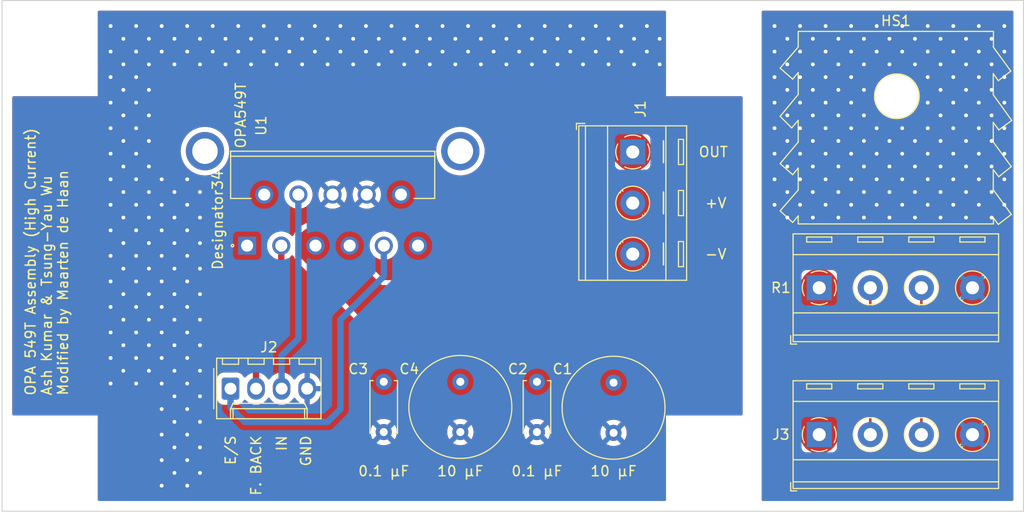
<source format=kicad_pcb>
(kicad_pcb (version 20211014) (generator pcbnew)
  (title_block (title "OPA 549 Assembly") (date "2022-05-25") (rev "002") (comment 1 "Weiss Group") (comment 2 "A. K. & T.Y. W.") (comment 3 "Modified by Maarten de Haan"))
  (layers (0 "F.Cu" signal) (31 "B.Cu" signal) (34 "B.Paste" user) (35 "F.Paste" user) (36 "B.SilkS" user "B.Silkscreen") (37 "F.SilkS" user "F.Silkscreen") (38 "B.Mask" user) (39 "F.Mask" user) (44 "Edge.Cuts" user))
  (net 0 "")
  (net 1 "GND")
  (net 2 "+VDC")
  (net 3 "-VDC")
  (net 4 "/Out")
  (net 5 "/E{slash}S")
  (net 6 "/Feedback")
  (net 7 "/In")
  (net 8 "Net-(J3-Pad1)")
  (net 9 "Net-(J3-Pad2)")
  (net 10 "Net-(J3-Pad3)")
  (net 11 "GND2")
  (footprint "Connector_Molex:Molex_KK-254_AE-6410-04A_1x04_P2.54mm_Vertical" (layer "F.Cu") (at 130.673 102.108)
    (fp_text reference "J2" (at 3.81 -4.12) (layer "F.SilkS"))
    (fp_text value "KK 254 1x04 Male")
    (pad "1" thru_hole roundrect (at 0 0) (size 1.74 2.19) (drill 1.19) (layers *.Cu *.Mask) (roundrect_rratio 0.1436781609) (net 5 "/E{slash}S"))
    (pad "2" thru_hole oval (at 2.54 0) (size 1.74 2.19) (drill 1.19) (layers *.Cu *.Mask) (net 6 "/Feedback"))
    (pad "3" thru_hole oval (at 5.08 0) (size 1.74 2.19) (drill 1.19) (layers *.Cu *.Mask) (net 7 "/In"))
    (pad "4" thru_hole oval (at 7.62 0) (size 1.74 2.19) (drill 1.19) (layers *.Cu *.Mask) (net 1 "GND"))
  )
  (footprint "MountingHole:MountingHole_4.3mm_M4" (layer "F.Cu") (at 178.933 109.3)
    (fp_text reference "H1" hide)
    (fp_text value "MountingHole")
    (pad "" np_thru_hole circle (at 0 0) (size 4.3 4.3) (drill 4.3) (layers *.Cu *.Mask))
  )
  (footprint "TerminalBlock_RND:TerminalBlock_RND_205-00289_1x04_P5.08mm_Horizontal" (layer "F.Cu") (at 189.23 106.68)
    (fp_text reference "J3" (at -3.81 0) (layer "F.SilkS"))
    (fp_text value "4 pin Terminal Block")
    (pad "1" thru_hole rect (at 0 0) (size 2.5 2.5) (drill 1.3) (layers *.Cu *.Mask) (net 8 "Net-(J3-Pad1)"))
    (pad "2" thru_hole circle (at 5.08 0) (size 2.5 2.5) (drill 1.3) (layers *.Cu *.Mask) (net 9 "Net-(J3-Pad2)"))
    (pad "3" thru_hole circle (at 10.16 0) (size 2.5 2.5) (drill 1.3) (layers *.Cu *.Mask) (net 10 "Net-(J3-Pad3)"))
    (pad "4" thru_hole circle (at 15.24 0) (size 2.5 2.5) (drill 1.3) (layers *.Cu *.Mask) (net 11 "GND2"))
  )
  (footprint "TerminalBlock_RND:TerminalBlock_RND_205-00289_1x04_P5.08mm_Horizontal" (layer "F.Cu") (at 189.23 92.075)
    (fp_text reference "R1" (at -3.81 0) (layer "F.SilkS"))
    (fp_text value "R_Shunt")
    (pad "1" thru_hole rect (at 0 0) (size 2.5 2.5) (drill 1.3) (layers *.Cu *.Mask) (net 8 "Net-(J3-Pad1)"))
    (pad "2" thru_hole circle (at 5.08 0) (size 2.5 2.5) (drill 1.3) (layers *.Cu *.Mask) (net 9 "Net-(J3-Pad2)"))
    (pad "3" thru_hole circle (at 10.16 0) (size 2.5 2.5) (drill 1.3) (layers *.Cu *.Mask) (net 10 "Net-(J3-Pad3)"))
    (pad "4" thru_hole circle (at 15.24 0) (size 2.5 2.5) (drill 1.3) (layers *.Cu *.Mask) (net 11 "GND2"))
  )
  (footprint "Heatsink:Heatsink_Aavid-TV5G_TO220_Horizontal" (layer "F.Cu") (at 196.85 73.025)
    (fp_text reference "HS1" (at 0 -7.5) (layer "F.SilkS"))
    (fp_text value "Heatsink")
    (pad "" np_thru_hole circle (at 0.1016 0) (size 3.302 3.302) (drill 3.556) (layers F&B.Cu *.Mask))
  )
  (footprint "TerminalBlock_RND:TerminalBlock_RND_205-00288_1x03_P5.08mm_Horizontal" (layer "F.Cu") (at 170.678 78.566 -90)
    (fp_text reference "J1" (at -4.271 -0.772 -90) (layer "F.SilkS"))
    (fp_text value "1x03 Terminal Block")
    (pad "1" thru_hole rect (at 0 0 270) (size 2.5 2.5) (drill 1.3) (layers *.Cu *.Mask) (net 4 "/Out"))
    (pad "2" thru_hole circle (at 5.08 0 270) (size 2.5 2.5) (drill 1.3) (layers *.Cu *.Mask) (net 2 "+VDC"))
    (pad "3" thru_hole circle (at 10.16 0 270) (size 2.5 2.5) (drill 1.3) (layers *.Cu *.Mask) (net 3 "-VDC"))
  )
  (footprint "Capacitor_THT:C_Radial_D10.0mm_H16.0mm_P5.00mm" (layer "F.Cu") (at 168.773 106.506 90)
    (fp_text reference "C1" (at 6.35 -5.08 180) (layer "F.SilkS"))
    (fp_text value "10 µF")
    (pad "1" thru_hole circle (at 0 0 90) (size 1.6 1.6) (drill 0.8) (layers *.Cu *.Mask) (net 1 "GND"))
    (pad "2" thru_hole circle (at 5 0 90) (size 1.6 1.6) (drill 0.8) (layers *.Cu *.Mask) (net 2 "+VDC"))
  )
  (footprint "MountingHole:MountingHole_4.3mm_M4" (layer "F.Cu") (at 112.893 68.025)
    (fp_text reference "H2" hide)
    (fp_text value "MountingHole")
    (pad "" np_thru_hole circle (at 0 0) (size 4.3 4.3) (drill 4.3) (layers *.Cu *.Mask))
  )
  (footprint "MountingHole:MountingHole_4.3mm_M4" (layer "F.Cu") (at 112.893 109.427)
    (fp_text reference "H3" hide)
    (fp_text value "MountingHole")
    (pad "" np_thru_hole circle (at 0 0) (size 4.3 4.3) (drill 4.3) (layers *.Cu *.Mask))
  )
  (footprint "Capacitor_THT:C_Disc_D5.0mm_W2.5mm_P5.00mm" (layer "F.Cu") (at 161.153 106.426 90)
    (fp_text reference "C2" (at 6.27 -1.905 180) (layer "F.SilkS"))
    (fp_text value "0.1 µF")
    (pad "1" thru_hole circle (at 0 0 90) (size 1.6 1.6) (drill 0.8) (layers *.Cu *.Mask) (net 1 "GND"))
    (pad "2" thru_hole circle (at 5 0 90) (size 1.6 1.6) (drill 0.8) (layers *.Cu *.Mask) (net 2 "+VDC"))
  )
  (footprint "OPA 549T:OPA549T" (layer "F.Cu") (at 140.833 85.344 90)
    (fp_text reference "U1" (at 9.398 -7.112 90) (layer "F.SilkS"))
    (fp_text value "OPA549T" (at 10.414 -9.144 90) (layer "F.SilkS"))
    (fp_text user "Designator34" (at 0 -11.43 90) (layer "F.SilkS"))
    (pad "" np_thru_hole circle (at 6.858 12.7 90) (size 3.81 3.81) (drill 2.54) (layers F&B.Cu *.Mask))
    (pad "" np_thru_hole circle (at 6.858 -12.7 90) (size 3.81 3.81) (drill 2.54) (layers F&B.Cu *.Mask))
    (pad "1" thru_hole rect (at -2.54 -8.510001 90) (size 1.799999 1.799999) (drill 1.2) (layers *.Cu *.Mask) (net 4 "/Out"))
    (pad "2" thru_hole circle (at 2.54 -6.810002 90) (size 1.799999 1.799999) (drill 1.2) (layers *.Cu *.Mask) (net 4 "/Out"))
    (pad "3" thru_hole circle (at -2.54 -5.11 90) (size 1.799999 1.799999) (drill 1.2) (layers *.Cu *.Mask) (net 6 "/Feedback"))
    (pad "4" thru_hole circle (at 2.54 -3.410001 90) (size 1.799999 1.799999) (drill 1.2) (layers *.Cu *.Mask) (net 7 "/In"))
    (pad "5" thru_hole circle (at -2.54 -1.710002 90) (size 1.799999 1.799999) (drill 1.2) (layers *.Cu *.Mask) (net 3 "-VDC"))
    (pad "6" thru_hole circle (at 2.54 -0.01 90) (size 1.799999 1.799999) (drill 1.2) (layers *.Cu *.Mask) (net 1 "GND"))
    (pad "7" thru_hole circle (at -2.54 1.689999 90) (size 1.799999 1.799999) (drill 1.2) (layers *.Cu *.Mask) (net 3 "-VDC"))
    (pad "8" thru_hole circle (at 2.54 3.389998 90) (size 1.799999 1.799999) (drill 1.2) (layers *.Cu *.Mask) (net 1 "GND"))
    (pad "9" thru_hole circle (at -2.54 5.09 90) (size 1.799999 1.799999) (drill 1.2) (layers *.Cu *.Mask) (net 5 "/E{slash}S"))
    (pad "10" thru_hole circle (at 2.54 6.789999 90) (size 1.799999 1.799999) (drill 1.2) (layers *.Cu *.Mask) (net 2 "+VDC"))
    (pad "11" thru_hole circle (at -2.54 8.489998 90) (size 1.799999 1.799999) (drill 1.2) (layers *.Cu *.Mask) (net 2 "+VDC"))
  )
  (footprint "Capacitor_THT:C_Disc_D5.0mm_W2.5mm_P5.00mm" (layer "F.Cu") (at 145.913 106.426 90)
    (fp_text reference "C3" (at 6.27 -2.54 180) (layer "F.SilkS"))
    (fp_text value "0.1 µF")
    (pad "1" thru_hole circle (at 0 0 90) (size 1.6 1.6) (drill 0.8) (layers *.Cu *.Mask) (net 1 "GND"))
    (pad "2" thru_hole circle (at 5 0 90) (size 1.6 1.6) (drill 0.8) (layers *.Cu *.Mask) (net 3 "-VDC"))
  )
  (footprint "MountingHole:MountingHole_4.3mm_M4" (layer "F.Cu") (at 178.933 68.025)
    (fp_text reference "H4" hide)
    (fp_text value "MountingHole")
    (pad "" np_thru_hole circle (at 0 0) (size 4.3 4.3) (drill 4.3) (layers *.Cu *.Mask))
  )
  (footprint "Capacitor_THT:C_Radial_D10.0mm_H16.0mm_P5.00mm" (layer "F.Cu") (at 153.533 106.426 90)
    (fp_text reference "C4" (at 6.27 -5.08 180) (layer "F.SilkS"))
    (fp_text value "10 µF")
    (pad "1" thru_hole circle (at 0 0 90) (size 1.6 1.6) (drill 0.8) (layers *.Cu *.Mask) (net 1 "GND"))
    (pad "2" thru_hole circle (at 5 0 90) (size 1.6 1.6) (drill 0.8) (layers *.Cu *.Mask) (net 3 "-VDC"))
  )
  (gr_line (start 173.736 82.55) (end 173.736 84.709) (layer "F.SilkS") (width 0.15))
  (gr_line (start 173.736 87.63) (end 173.736 89.789) (layer "F.SilkS") (width 0.15))
  (gr_line (start 173.736 77.47) (end 173.736 79.629) (layer "F.SilkS") (width 0.15))
  (gr_rect (start 107.95 63.5) (end 209.55 114.3) (layer "Edge.Cuts") (width 0.1) (fill none))
  (gr_text "IN" (at 135.763 106.68 90) (layer "F.SilkS") (effects (font (size 1 1)) (justify right)))
  (gr_text "GND" (at 138.176 106.68 90) (layer "F.SilkS") (effects (font (size 1 1)) (justify right)))
  (gr_text "10 µF" (at 153.533 110.316) (layer "F.SilkS") (effects (font (size 1 1))))
  (gr_text "+V" (at 177.8 83.646) (layer "F.SilkS") (effects (font (size 1 1)) (justify left)))
  (gr_text "0.1 µF" (at 145.913 110.316) (layer "F.SilkS") (effects (font (size 1 1))))
  (gr_text "OUT" (at 177.165 78.566) (layer "F.SilkS") (effects (font (size 1 1)) (justify left)))
  (gr_text "E/S" (at 130.683 106.68 90) (layer "F.SilkS") (effects (font (size 1 1)) (justify right)))
  (gr_text "-V" (at 177.8 88.726) (layer "F.SilkS") (effects (font (size 1 1)) (justify left)))
  (gr_text "OPA 549T Assembly (High Current)\nAsh Kumar & Tsung-Yau Wu\nModified by Maarten de Haan" (at 112.395 102.87 90) (layer "F.SilkS") (effects (font (size 1 1)) (justify left)))
  (gr_text "10 µF" (at 168.773 110.316) (layer "F.SilkS") (effects (font (size 1 1))))
  (gr_text "0.1 µF" (at 161.153 110.316) (layer "F.SilkS") (effects (font (size 1 1))))
  (gr_text "F. BACK" (at 133.223 106.68 90) (layer "F.SilkS") (effects (font (size 1 1)) (justify right)))
  (via (at 155.575 67.31) (size 0.762) (drill 0.381) (layers "F.Cu" "B.Cu") (net 1))
  (via (at 136.525 66.04) (size 0.762) (drill 0.381) (layers "F.Cu" "B.Cu") (net 1))
  (via (at 120.015 77.47) (size 0.762) (drill 0.381) (layers "F.Cu" "B.Cu") (net 1))
  (via (at 120.015 100.33) (size 0.762) (drill 0.381) (layers "F.Cu" "B.Cu") (net 1))
  (via (at 122.555 77.47) (size 0.762) (drill 0.381) (layers "F.Cu" "B.Cu") (net 1))
  (via (at 145.415 67.31) (size 0.762) (drill 0.381) (layers "F.Cu" "B.Cu") (net 1))
  (via (at 122.555 72.39) (size 0.762) (drill 0.381) (layers "F.Cu" "B.Cu") (net 1))
  (via (at 168.275 69.85) (size 0.762) (drill 0.381) (layers "F.Cu" "B.Cu") (net 1))
  (via (at 125.095 97.79) (size 0.762) (drill 0.381) (layers "F.Cu" "B.Cu") (net 1))
  (via (at 126.365 96.52) (size 0.762) (drill 0.381) (layers "F.Cu" "B.Cu") (net 1))
  (via (at 130.175 69.85) (size 0.762) (drill 0.381) (layers "F.Cu" "B.Cu") (net 1))
  (via (at 123.825 83.82) (size 0.762) (drill 0.381) (layers "F.Cu" "B.Cu") (net 1))
  (via (at 127.635 105.41) (size 0.762) (drill 0.381) (layers "F.Cu" "B.Cu") (net 1))
  (via (at 127.635 110.49) (size 0.762) (drill 0.381) (layers "F.Cu" "B.Cu") (net 1))
  (via (at 123.825 86.36) (size 0.762) (drill 0.381) (layers "F.Cu" "B.Cu") (net 1))
  (via (at 123.825 66.04) (size 0.762) (drill 0.381) (layers "F.Cu" "B.Cu") (net 1))
  (via (at 122.555 82.55) (size 0.762) (drill 0.381) (layers "F.Cu" "B.Cu") (net 1))
  (via (at 125.095 92.71) (size 0.762) (drill 0.381) (layers "F.Cu" "B.Cu") (net 1))
  (via (at 120.015 85.09) (size 0.762) (drill 0.381) (layers "F.Cu" "B.Cu") (net 1))
  (via (at 121.285 96.52) (size 0.762) (drill 0.381) (layers "F.Cu" "B.Cu") (net 1))
  (via (at 126.365 106.68) (size 0.762) (drill 0.381) (layers "F.Cu" "B.Cu") (net 1))
  (via (at 123.825 101.6) (size 0.762) (drill 0.381) (layers "F.Cu" "B.Cu") (net 1))
  (via (at 118.745 76.2) (size 0.762) (drill 0.381) (layers "F.Cu" "B.Cu") (net 1))
  (via (at 130.175 67.31) (size 0.762) (drill 0.381) (layers "F.Cu" "B.Cu") (net 1))
  (via (at 120.015 87.63) (size 0.762) (drill 0.381) (layers "F.Cu" "B.Cu") (net 1))
  (via (at 120.015 67.31) (size 0.762) (drill 0.381) (layers "F.Cu" "B.Cu") (net 1))
  (via (at 123.825 106.68) (size 0.762) (drill 0.381) (layers "F.Cu" "B.Cu") (net 1))
  (via (at 118.745 88.9) (size 0.762) (drill 0.381) (layers "F.Cu" "B.Cu") (net 1))
  (via (at 126.365 68.58) (size 0.762) (drill 0.381) (layers "F.Cu" "B.Cu") (net 1))
  (via (at 120.015 74.93) (size 0.762) (drill 0.381) (layers "F.Cu" "B.Cu") (net 1))
  (via (at 127.635 92.71) (size 0.762) (drill 0.381) (layers "F.Cu" "B.Cu") (net 1))
  (via (at 121.285 81.28) (size 0.762) (drill 0.381) (layers "F.Cu" "B.Cu") (net 1))
  (via (at 167.005 68.58) (size 0.762) (drill 0.381) (layers "F.Cu" "B.Cu") (net 1))
  (via (at 118.745 83.82) (size 0.762) (drill 0.381) (layers "F.Cu" "B.Cu") (net 1))
  (via (at 123.825 104.14) (size 0.762) (drill 0.381) (layers "F.Cu" "B.Cu") (net 1))
  (via (at 163.195 69.85) (size 0.762) (drill 0.381) (layers "F.Cu" "B.Cu") (net 1))
  (via (at 126.365 91.44) (size 0.762) (drill 0.381) (layers "F.Cu" "B.Cu") (net 1))
  (via (at 127.635 69.85) (size 0.762) (drill 0.381) (layers "F.Cu" "B.Cu") (net 1))
  (via (at 142.875 69.85) (size 0.762) (drill 0.381) (layers "F.Cu" "B.Cu") (net 1))
  (via (at 170.815 69.85) (size 0.762) (drill 0.381) (layers "F.Cu" "B.Cu") (net 1))
  (via (at 135.255 69.85) (size 0.762) (drill 0.381) (layers "F.Cu" "B.Cu") (net 1))
  (via (at 158.115 69.85) (size 0.762) (drill 0.381) (layers "F.Cu" "B.Cu") (net 1))
  (via (at 169.545 68.58) (size 0.762) (drill 0.381) (layers "F.Cu" "B.Cu") (net 1))
  (via (at 123.825 81.28) (size 0.762) (drill 0.381) (layers "F.Cu" "B.Cu") (net 1))
  (via (at 150.495 67.31) (size 0.762) (drill 0.381) (layers "F.Cu" "B.Cu") (net 1))
  (via (at 121.285 73.66) (size 0.762) (drill 0.381) (layers "F.Cu" "B.Cu") (net 1))
  (via (at 121.285 68.58) (size 0.762) (drill 0.381) (layers "F.Cu" "B.Cu") (net 1))
  (via (at 127.635 82.55) (size 0.762) (drill 0.381) (layers "F.Cu" "B.Cu") (net 1))
  (via (at 126.365 66.04) (size 0.762) (drill 0.381) (layers "F.Cu" "B.Cu") (net 1))
  (via (at 120.015 95.25) (size 0.762) (drill 0.381) (layers "F.Cu" "B.Cu") (net 1))
  (via (at 126.365 83.82) (size 0.762) (drill 0.381) (layers "F.Cu" "B.Cu") (net 1))
  (via (at 150.495 69.85) (size 0.762) (drill 0.381) (layers "F.Cu" "B.Cu") (net 1))
  (via (at 122.555 97.79) (size 0.762) (drill 0.381) (layers "F.Cu" "B.Cu") (net 1))
  (via (at 125.095 102.87) (size 0.762) (drill 0.381) (layers "F.Cu" "B.Cu") (net 1))
  (via (at 132.715 67.31) (size 0.762) (drill 0.381) (layers "F.Cu" "B.Cu") (net 1))
  (via (at 149.225 66.04) (size 0.762) (drill 0.381) (layers "F.Cu" "B.Cu") (net 1))
  (via (at 127.635 107.95) (size 0.762) (drill 0.381) (layers "F.Cu" "B.Cu") (net 1))
  (via (at 118.745 96.52) (size 0.762) (drill 0.381) (layers "F.Cu" "B.Cu") (net 1))
  (via (at 122.555 87.63) (size 0.762) (drill 0.381) (layers "F.Cu" "B.Cu") (net 1))
  (via (at 126.365 111.76) (size 0.762) (drill 0.381) (layers "F.Cu" "B.Cu") (net 1))
  (via (at 125.095 100.33) (size 0.762) (drill 0.381) (layers "F.Cu" "B.Cu") (net 1))
  (via (at 159.385 68.58) (size 0.762) (drill 0.381) (layers "F.Cu" "B.Cu") (net 1))
  (via (at 160.655 67.31) (size 0.762) (drill 0.381) (layers "F.Cu" "B.Cu") (net 1))
  (via (at 122.555 80.01) (size 0.762) (drill 0.381) (layers "F.Cu" "B.Cu") (net 1))
  (via (at 122.555 85.09) (size 0.762) (drill 0.381) (layers "F.Cu" "B.Cu") (net 1))
  (via (at 125.095 110.49) (size 0.762) (drill 0.381) (layers "F.Cu" "B.Cu") (net 1))
  (via (at 170.815 67.31) (size 0.762) (drill 0.381) (layers "F.Cu" "B.Cu") (net 1))
  (via (at 132.715 69.85) (size 0.762) (drill 0.381) (layers "F.Cu" "B.Cu") (net 1))
  (via (at 154.305 68.58) (size 0.762) (drill 0.381) (layers "F.Cu" "B.Cu") (net 1))
  (via (at 153.035 69.85) (size 0.762) (drill 0.381) (layers "F.Cu" "B.Cu") (net 1))
  (via (at 165.735 69.85) (size 0.762) (drill 0.381) (layers "F.Cu" "B.Cu") (net 1))
  (via (at 140.335 69.85) (size 0.762) (drill 0.381) (layers "F.Cu" "B.Cu") (net 1))
  (via (at 121.285 99.06) (size 0.762) (drill 0.381) (layers "F.Cu" "B.Cu") (net 1))
  (via (at 156.845 68.58) (size 0.762) (drill 0.381) (layers "F.Cu" "B.Cu") (net 1))
  (via (at 123.825 68.58) (size 0.762) (drill 0.381) (layers "F.Cu" "B.Cu") (net 1))
  (via (at 118.745 73.66) (size 0.762) (drill 0.381) (layers "F.Cu" "B.Cu") (net 1))
  (via (at 120.015 92.71) (size 0.762) (drill 0.381) (layers "F.Cu" "B.Cu") (net 1))
  (via (at 121.285 78.74) (size 0.762) (drill 0.381) (layers "F.Cu" "B.Cu") (net 1))
  (via (at 151.765 68.58) (size 0.762) (drill 0.381) (layers "F.Cu" "B.Cu") (net 1))
  (via (at 120.015 69.85) (size 0.762) (drill 0.381) (layers "F.Cu" "B.Cu") (net 1))
  (via (at 127.635 87.63) (size 0.762) (drill 0.381) (layers "F.Cu" "B.Cu") (net 1))
  (via (at 120.015 90.17) (size 0.762) (drill 0.381) (layers "F.Cu" "B.Cu") (net 1))
  (via (at 139.065 68.58) (size 0.762) (drill 0.381) (layers "F.Cu" "B.Cu") (net 1))
  (via (at 127.635 85.09) (size 0.762) (drill 0.381) (layers "F.Cu" "B.Cu") (net 1))
  (via (at 133.985 68.58) (size 0.762) (drill 0.381) (layers "F.Cu" "B.Cu") (net 1))
  (via (at 135.255 67.31) (size 0.762) (drill 0.381) (layers "F.Cu" "B.Cu") (net 1))
  (via (at 172.085 66.04) (size 0.762) (drill 0.381) (layers "F.Cu" "B.Cu") (net 1))
  (via (at 149.225 68.58) (size 0.762) (drill 0.381) (layers "F.Cu" "B.Cu") (net 1))
  (via (at 118.745 68.58) (size 0.762) (drill 0.381) (layers "F.Cu" "B.Cu") (net 1))
  (via (at 126.365 81.28) (size 0.762) (drill 0.381) (layers "F.Cu" "B.Cu") (net 1))
  (via (at 122.555 92.71) (size 0.762) (drill 0.381) (layers "F.Cu" "B.Cu") (net 1))
  (via (at 125.095 87.63) (size 0.762) (drill 0.381) (layers "F.Cu" "B.Cu") (net 1))
  (via (at 121.285 83.82) (size 0.762) (drill 0.381) (layers "F.Cu" "B.Cu") (net 1))
  (via (at 121.285 88.9) (size 0.762) (drill 0.381) (layers "F.Cu" "B.Cu") (net 1))
  (via (at 153.035 67.31) (size 0.762) (drill 0.381) (layers "F.Cu" "B.Cu") (net 1))
  (via (at 122.555 100.33) (size 0.762) (drill 0.381) (layers "F.Cu" "B.Cu") (net 1))
  (via (at 125.095 95.25) (size 0.762) (drill 0.381) (layers "F.Cu" "B.Cu") (net 1))
  (via (at 120.015 72.39) (size 0.762) (drill 0.381) (layers "F.Cu" "B.Cu") (net 1))
  (via (at 126.365 88.9) (size 0.762) (drill 0.381) (layers "F.Cu" "B.Cu") (net 1))
  (via (at 167.005 66.04) (size 0.762) (drill 0.381) (layers "F.Cu" "B.Cu") (net 1))
  (via (at 126.365 109.22) (size 0.762) (drill 0.381) (layers "F.Cu" "B.Cu") (net 1))
  (via (at 123.825 111.76) (size 0.762) (drill 0.381) (layers "F.Cu" "B.Cu") (net 1))
  (via (at 144.145 66.04) (size 0.762) (drill 0.381) (layers "F.Cu" "B.Cu") (net 1))
  (via (at 120.015 82.55) (size 0.762) (drill 0.381) (layers "F.Cu" "B.Cu") (net 1))
  (via (at 121.285 86.36) (size 0.762) (drill 0.381) (layers "F.Cu" "B.Cu") (net 1))
  (via (at 140.335 67.31) (size 0.762) (drill 0.381) (layers "F.Cu" "B.Cu") (net 1))
  (via (at 120.015 80.01) (size 0.762) (drill 0.381) (layers "F.Cu" "B.Cu") (net 1))
  (via (at 156.845 66.04) (size 0.762) (drill 0.381) (layers "F.Cu" "B.Cu") (net 1))
  (via (at 121.285 76.2) (size 0.762) (drill 0.381) (layers "F.Cu" "B.Cu") (net 1))
  (via (at 163.195 67.31) (size 0.762) (drill 0.381) (layers "F.Cu" "B.Cu") (net 1))
  (via (at 172.085 68.58) (size 0.762) (drill 0.381) (layers "F.Cu" "B.Cu") (net 1))
  (via (at 118.745 86.36) (size 0.762) (drill 0.381) (layers "F.Cu" "B.Cu") (net 1))
  (via (at 168.275 67.31) (size 0.762) (drill 0.381) (layers "F.Cu" "B.Cu") (net 1))
  (via (at 161.925 66.04) (size 0.762) (drill 0.381) (layers "F.Cu" "B.Cu") (net 1))
  (via (at 127.635 95.25) (size 0.762) (drill 0.381) (layers "F.Cu" "B.Cu") (net 1))
  (via (at 123.825 93.98) (size 0.762) (drill 0.381) (layers "F.Cu" "B.Cu") (net 1))
  (via (at 127.635 100.33) (size 0.762) (drill 0.381) (layers "F.Cu" "B.Cu") (net 1))
  (via (at 141.605 66.04) (size 0.762) (drill 0.381) (layers "F.Cu" "B.Cu") (net 1))
  (via (at 127.635 102.87) (size 0.762) (drill 0.381) (layers "F.Cu" "B.Cu") (net 1))
  (via (at 126.365 93.98) (size 0.762) (drill 0.381) (layers "F.Cu" "B.Cu") (net 1))
  (via (at 151.765 66.04) (size 0.762) (drill 0.381) (layers "F.Cu" "B.Cu") (net 1))
  (via (at 147.955 67.31) (size 0.762) (drill 0.381) (layers "F.Cu" "B.Cu") (net 1))
  (via (at 131.445 68.58) (size 0.762) (drill 0.381) (layers "F.Cu" "B.Cu") (net 1))
  (via (at 141.605 68.58) (size 0.762) (drill 0.381) (layers "F.Cu" "B.Cu") (net 1))
  (via (at 121.285 71.12) (size 0.762) (drill 0.381) (layers "F.Cu" "B.Cu") (net 1))
  (via (at 169.545 66.04) (size 0.762) (drill 0.381) (layers "F.Cu" "B.Cu") (net 1))
  (via (at 125.095 105.41) (size 0.762) (drill 0.381) (layers "F.Cu" "B.Cu") (net 1))
  (via (at 125.095 67.31) (size 0.762) (drill 0.381) (layers "F.Cu" "B.Cu") (net 1))
  (via (at 142.875 67.31) (size 0.762) (drill 0.381) (layers "F.Cu" "B.Cu") (net 1))
  (via (at 122.555 69.85) (size 0.762) (drill 0.381) (layers "F.Cu" "B.Cu") (net 1))
  (via (at 158.115 67.31) (size 0.762) (drill 0.381) (layers "F.Cu" "B.Cu") (net 1))
  (via (at 118.745 91.44) (size 0.762) (drill 0.381) (layers "F.Cu" "B.Cu") (net 1))
  (via (at 127.635 97.79) (size 0.762) (drill 0.381) (layers "F.Cu" "B.Cu") (net 1))
  (via (at 144.145 68.58) (size 0.762) (drill 0.381) (layers "F.Cu" "B.Cu") (net 1))
  (via (at 173.355 69.85) (size 0.762) (drill 0.381) (layers "F.Cu" "B.Cu") (net 1))
  (via (at 155.575 69.85) (size 0.762) (drill 0.381) (layers "F.Cu" "B.Cu") (net 1))
  (via (at 128.905 68.58) (size 0.762) (drill 0.381) (layers "F.Cu" "B.Cu") (net 1))
  (via (at 161.925 68.58) (size 0.762) (drill 0.381) (layers "F.Cu" "B.Cu") (net 1))
  (via (at 126.365 99.06) (size 0.762) (drill 0.381) (layers "F.Cu" "B.Cu") (net 1))
  (via (at 133.985 66.04) (size 0.762) (drill 0.381) (layers "F.Cu" "B.Cu") (net 1))
  (via (at 146.685 68.58) (size 0.762) (drill 0.381) (layers "F.Cu" "B.Cu") (net 1))
  (via (at 122.555 95.25) (size 0.762) (drill 0.381) (layers "F.Cu" "B.Cu") (net 1))
  (via (at 122.555 67.31) (size 0.762) (drill 0.381) (layers "F.Cu" "B.Cu") (net 1))
  (via (at 125.095 107.95) (size 0.762) (drill 0.381) (layers "F.Cu" "B.Cu") (net 1))
  (via (at 121.285 66.04) (size 0.762) (drill 0.381) (layers "F.Cu" "B.Cu") (net 1))
  (via (at 131.445 66.04) (size 0.762) (drill 0.381) (layers "F.Cu" "B.Cu") (net 1))
  (via (at 121.285 93.98) (size 0.762) (drill 0.381) (layers "F.Cu" "B.Cu") (net 1))
  (via (at 118.745 66.04) (size 0.762) (drill 0.381) (layers "F.Cu" "B.Cu") (net 1))
  (via (at 122.555 90.17) (size 0.762) (drill 0.381) (layers "F.Cu" "B.Cu") (net 1))
  (via (at 118.745 99.06) (size 0.762) (drill 0.381) (layers "F.Cu" "B.Cu") (net 1))
  (via (at 137.795 69.85) (size 0.762) (drill 0.381) (layers "F.Cu" "B.Cu") (net 1))
  (via (at 164.465 66.04) (size 0.762) (drill 0.381) (layers "F.Cu" "B.Cu") (net 1))
  (via (at 126.365 101.6) (size 0.762) (drill 0.381) (layers "F.Cu" "B.Cu") (net 1))
  (via (at 159.385 66.04) (size 0.762) (drill 0.381) (layers "F.Cu" "B.Cu") (net 1))
  (via (at 127.635 67.31) (size 0.762) (drill 0.381) (layers "F.Cu" "B.Cu") (net 1))
  (via (at 137.795 67.31) (size 0.762) (drill 0.381) (layers "F.Cu" "B.Cu") (net 1))
  (via (at 125.095 69.85) (size 0.762) (drill 0.381) (layers "F.Cu" "B.Cu") (net 1))
  (via (at 125.095 82.55) (size 0.762) (drill 0.381) (layers "F.Cu" "B.Cu") (net 1))
  (via (at 126.365 104.14) (size 0.762) (drill 0.381) (layers "F.Cu" "B.Cu") (net 1))
  (via (at 118.745 93.98) (size 0.762) (drill 0.381) (layers "F.Cu" "B.Cu") (net 1))
  (via (at 123.825 88.9) (size 0.762) (drill 0.381) (layers "F.Cu" "B.Cu") (net 1))
  (via (at 125.095 90.17) (size 0.762) (drill 0.381) (layers "F.Cu" "B.Cu") (net 1))
  (via (at 123.825 96.52) (size 0.762) (drill 0.381) (layers "F.Cu" "B.Cu") (net 1))
  (via (at 160.655 69.85) (size 0.762) (drill 0.381) (layers "F.Cu" "B.Cu") (net 1))
  (via (at 123.825 91.44) (size 0.762) (drill 0.381) (layers "F.Cu" "B.Cu") (net 1))
  (via (at 139.065 66.04) (size 0.762) (drill 0.381) (layers "F.Cu" "B.Cu") (net 1))
  (via (at 123.825 99.06) (size 0.762) (drill 0.381) (layers "F.Cu" "B.Cu") (net 1))
  (via (at 122.555 74.93) (size 0.762) (drill 0.381) (layers "F.Cu" "B.Cu") (net 1))
  (via (at 145.415 69.85) (size 0.762) (drill 0.381) (layers "F.Cu" "B.Cu") (net 1))
  (via (at 118.745 71.12) (size 0.762) (drill 0.381) (layers "F.Cu" "B.Cu") (net 1))
  (via (at 136.525 68.58) (size 0.762) (drill 0.381) (layers "F.Cu" "B.Cu") (net 1))
  (via (at 126.365 86.36) (size 0.762) (drill 0.381) (layers "F.Cu" "B.Cu") (net 1))
  (via (at 164.465 68.58) (size 0.762) (drill 0.381) (layers "F.Cu" "B.Cu") (net 1))
  (via (at 173.355 67.31) (size 0.762) (drill 0.381) (layers "F.Cu" "B.Cu") (net 1))
  (via (at 120.015 97.79) (size 0.762) (drill 0.381) (layers "F.Cu" "B.Cu") (net 1))
  (via (at 118.745 81.28) (size 0.762) (drill 0.381) (layers "F.Cu" "B.Cu") (net 1))
  (via (at 123.825 109.22) (size 0.762) (drill 0.381) (layers "F.Cu" "B.Cu") (net 1))
  (via (at 125.095 85.09) (size 0.762) (drill 0.381) (layers "F.Cu" "B.Cu") (net 1))
  (via (at 165.735 67.31) (size 0.762) (drill 0.381) (layers "F.Cu" "B.Cu") (net 1))
  (via (at 147.955 69.85) (size 0.762) (drill 0.381) (layers "F.Cu" "B.Cu") (net 1))
  (via (at 128.905 66.04) (size 0.762) (drill 0.381) (layers "F.Cu" "B.Cu") (net 1))
  (via (at 154.305 66.04) (size 0.762) (drill 0.381) (layers "F.Cu" "B.Cu") (net 1))
  (via (at 146.685 66.04) (size 0.762) (drill 0.381) (layers "F.Cu" "B.Cu") (net 1))
  (via (at 118.745 78.74) (size 0.762) (drill 0.381) (layers "F.Cu" "B.Cu") (net 1))
  (via (at 121.285 91.44) (size 0.762) (drill 0.381) (layers "F.Cu" "B.Cu") (net 1))
  (via (at 118.745 101.6) (size 0.762) (drill 0.381) (layers "F.Cu" "B.Cu") (net 1))
  (via (at 121.285 101.6) (size 0.762) (drill 0.381) (layers "F.Cu" "B.Cu") (net 1))
  (via (at 127.635 90.17) (size 0.762) (drill 0.381) (layers "F.Cu" "B.Cu") (net 1))
  (segment (start 176.393 86.821) (end 173.218 83.646) (width 3.81) (layer "F.Cu") (net 2))
  (segment (start 147.622999 82.804) (end 152.702999 87.884) (width 3.81) (layer "F.Cu") (net 2))
  (segment (start 160.692 83.646) (end 170.678 83.646) (width 3.81) (layer "F.Cu") (net 2))
  (segment (start 156.454 87.884) (end 160.692 83.646) (width 3.81) (layer "F.Cu") (net 2))
  (segment (start 168.773 101.506) (end 171.233 101.506) (width 3.81) (layer "F.Cu") (net 2))
  (segment (start 173.218 83.646) (end 170.678 83.646) (width 3.81) (layer "F.Cu") (net 2))
  (segment (start 156.454 87.884) (end 152.771 87.884) (width 3.81) (layer "F.Cu") (net 2))
  (segment (start 149.322998 87.884) (end 152.771 87.884) (width 3.81) (layer "F.Cu") (net 2))
  (segment (start 149.322998 84.503999) (end 149.322998 87.884) (width 3.81) (layer "F.Cu") (net 2))
  (segment (start 168.693 101.426) (end 168.773 101.506) (width 3.81) (layer "F.Cu") (net 2))
  (segment (start 171.233 101.506) (end 176.393 96.346) (width 3.81) (layer "F.Cu") (net 2))
  (segment (start 161.153 101.426) (end 168.693 101.426) (width 3.81) (layer "F.Cu") (net 2))
  (segment (start 176.393 96.346) (end 176.393 86.821) (width 3.81) (layer "F.Cu") (net 2))
  (segment (start 142.522999 89.15679) (end 142.181508 89.498281) (width 3.81) (layer "F.Cu") (net 3))
  (segment (start 145.913 93.726) (end 165.678 93.726) (width 3.81) (layer "F.Cu") (net 3))
  (segment (start 145.913 101.426) (end 145.913 98.806) (width 3.81) (layer "F.Cu") (net 3))
  (segment (start 148.533 101.426) (end 145.913 98.806) (width 3.81) (layer "F.Cu") (net 3))
  (segment (start 145.913 98.806) (end 145.913 93.726) (width 3.81) (layer "F.Cu") (net 3))
  (segment (start 142.522999 87.884) (end 142.522999 89.15679) (width 3.81) (layer "F.Cu") (net 3))
  (segment (start 153.533 101.426) (end 148.533 101.426) (width 3.81) (layer "F.Cu") (net 3))
  (segment (start 142.181508 89.498281) (end 142.181508 90.94251) (width 3.81) (layer "F.Cu") (net 3))
  (segment (start 139.122998 87.884) (end 142.181508 90.94251) (width 3.81) (layer "F.Cu") (net 3))
  (segment (start 142.181508 90.94251) (end 144.964998 93.726) (width 3.81) (layer "F.Cu") (net 3))
  (segment (start 165.678 93.726) (end 170.678 88.726) (width 3.81) (layer "F.Cu") (net 3))
  (segment (start 142.068208 73.486) (end 165.598 73.486) (width 3.81) (layer "F.Cu") (net 4))
  (segment (start 132.322999 84.503999) (end 132.322999 87.884) (width 3.81) (layer "F.Cu") (net 4))
  (segment (start 134.022998 81.53121) (end 142.068208 73.486) (width 3.81) (layer "F.Cu") (net 4))
  (segment (start 134.022998 82.804) (end 132.322999 84.503999) (width 3.81) (layer "F.Cu") (net 4))
  (segment (start 134.022998 82.804) (end 134.022998 81.53121) (width 3.81) (layer "F.Cu") (net 4))
  (segment (start 165.598 73.486) (end 170.678 78.566) (width 3.81) (layer "F.Cu") (net 4))
  (segment (start 145.923 87.884) (end 145.923 90.932) (width 0.635) (layer "B.Cu") (net 5))
  (segment (start 141.605 104.14) (end 140.335 105.41) (width 0.635) (layer "B.Cu") (net 5))
  (segment (start 145.923 90.932) (end 141.605 95.25) (width 0.635) (layer "B.Cu") (net 5))
  (segment (start 140.335 105.41) (end 132.08 105.41) (width 0.635) (layer "B.Cu") (net 5))
  (segment (start 141.605 95.25) (end 141.605 104.14) (width 0.635) (layer "B.Cu") (net 5))
  (segment (start 130.673 104.003) (end 130.673 102.108) (width 0.635) (layer "B.Cu") (net 5))
  (segment (start 132.08 105.41) (end 130.673 104.003) (width 0.635) (layer "B.Cu") (net 5))
  (segment (start 133.213 97.536) (end 135.723 95.026) (width 0.635) (layer "F.Cu") (net 6))
  (segment (start 135.723 95.026) (end 135.723 87.884) (width 0.635) (layer "F.Cu") (net 6))
  (segment (start 133.213 102.108) (end 133.213 97.536) (width 0.635) (layer "F.Cu") (net 6))
  (segment (start 135.753 102.108) (end 135.753 98.806) (width 0.635) (layer "B.Cu") (net 7))
  (segment (start 137.422999 97.136001) (end 137.422999 82.804) (width 0.635) (layer "B.Cu") (net 7))
  (segment (start 135.753 98.806) (end 137.422999 97.136001) (width 0.635) (layer "B.Cu") (net 7))
  (segment (start 189.23 92.075) (end 189.23 106.68) (width 3.81) (layer "F.Cu") (net 8))
  (segment (start 194.31 92.075) (end 194.31 106.68) (width 0.254) (layer "F.Cu") (net 9))
  (segment (start 199.39 92.075) (end 199.39 106.68) (width 0.254) (layer "F.Cu") (net 10))
  (segment (start 204.47 92.075) (end 204.47 106.68) (width 3.81) (layer "F.Cu") (net 11))
  (via (at 197.485 76.2) (size 0.762) (drill 0.381) (layers "F.Cu" "B.Cu") (net 11))
  (via (at 200.025 83.82) (size 0.762) (drill 0.381) (layers "F.Cu" "B.Cu") (net 11))
  (via (at 184.785 76.2) (size 0.762) (drill 0.381) (layers "F.Cu" "B.Cu") (net 11))
  (via (at 196.215 77.47) (size 0.762) (drill 0.381) (layers "F.Cu" "B.Cu") (net 11))
  (via (at 192.405 68.58) (size 0.762) (drill 0.381) (layers "F.Cu" "B.Cu") (net 11))
  (via (at 201.295 74.93) (size 0.762) (drill 0.381) (layers "F.Cu" "B.Cu") (net 11))
  (via (at 184.785 68.58) (size 0.762) (drill 0.381) (layers "F.Cu" "B.Cu") (net 11))
  (via (at 206.375 80.01) (size 0.762) (drill 0.381) (layers "F.Cu" "B.Cu") (net 11))
  (via (at 193.675 74.93) (size 0.762) (drill 0.381) (layers "F.Cu" "B.Cu") (net 11))
  (via (at 194.945 76.2) (size 0.762) (drill 0.381) (layers "F.Cu" "B.Cu") (net 11))
  (via (at 193.675 82.55) (size 0.762) (drill 0.381) (layers "F.Cu" "B.Cu") (net 11))
  (via (at 197.485 68.58) (size 0.762) (drill 0.381) (layers "F.Cu" "B.Cu") (net 11))
  (via (at 189.865 73.66) (size 0.762) (drill 0.381) (layers "F.Cu" "B.Cu") (net 11))
  (via (at 202.565 81.28) (size 0.762) (drill 0.381) (layers "F.Cu" "B.Cu") (net 11))
  (via (at 200.025 68.58) (size 0.762) (drill 0.381) (layers "F.Cu" "B.Cu") (net 11))
  (via (at 191.135 67.31) (size 0.762) (drill 0.381) (layers "F.Cu" "B.Cu") (net 11))
  (via (at 192.405 78.74) (size 0.762) (drill 0.381) (layers "F.Cu" "B.Cu") (net 11))
  (via (at 188.595 74.93) (size 0.762) (drill 0.381) (layers "F.Cu" "B.Cu") (net 11))
  (via (at 200.025 71.12) (size 0.762) (drill 0.381) (layers "F.Cu" "B.Cu") (net 11))
  (via (at 193.675 85.09) (size 0.762) (drill 0.381) (layers "F.Cu" "B.Cu") (net 11))
  (via (at 191.135 85.09) (size 0.762) (drill 0.381) (layers "F.Cu" "B.Cu") (net 11))
  (via (at 205.105 81.28) (size 0.762) (drill 0.381) (layers "F.Cu" "B.Cu") (net 11))
  (via (at 184.785 81.28) (size 0.762) (drill 0.381) (layers "F.Cu" "B.Cu") (net 11))
  (via (at 205.105 66.04) (size 0.762) (drill 0.381) (layers "F.Cu" "B.Cu") (net 11))
  (via (at 192.405 71.12) (size 0.762) (drill 0.381) (layers "F.Cu" "B.Cu") (net 11))
  (via (at 196.215 69.85) (size 0.762) (drill 0.381) (layers "F.Cu" "B.Cu") (net 11))
  (via (at 206.375 69.85) (size 0.762) (drill 0.381) (layers "F.Cu" "B.Cu") (net 11))
  (via (at 203.835 85.09) (size 0.762) (drill 0.381) (layers "F.Cu" "B.Cu") (net 11))
  (via (at 202.565 71.12) (size 0.762) (drill 0.381) (layers "F.Cu" "B.Cu") (net 11))
  (via (at 203.835 77.47) (size 0.762) (drill 0.381) (layers "F.Cu" "B.Cu") (net 11))
  (via (at 203.835 82.55) (size 0.762) (drill 0.381) (layers "F.Cu" "B.Cu") (net 11))
  (via (at 186.055 72.39) (size 0.762) (drill 0.381) (layers "F.Cu" "B.Cu") (net 11))
  (via (at 197.485 81.28) (size 0.762) (drill 0.381) (layers "F.Cu" "B.Cu") (net 11))
  (via (at 193.675 72.39) (size 0.762) (drill 0.381) (layers "F.Cu" "B.Cu") (net 11))
  (via (at 191.135 82.55) (size 0.762) (drill 0.381) (layers "F.Cu" "B.Cu") (net 11))
  (via (at 187.325 76.2) (size 0.762) (drill 0.381) (layers "F.Cu" "B.Cu") (net 11))
  (via (at 192.405 66.04) (size 0.762) (drill 0.381) (layers "F.Cu" "B.Cu") (net 11))
  (via (at 206.375 72.39) (size 0.762) (drill 0.381) (layers "F.Cu" "B.Cu") (net 11))
  (via (at 201.295 80.01) (size 0.762) (drill 0.381) (layers "F.Cu" "B.Cu") (net 11))
  (via (at 206.375 67.31) (size 0.762) (drill 0.381) (layers "F.Cu" "B.Cu") (net 11))
  (via (at 191.135 69.85) (size 0.762) (drill 0.381) (layers "F.Cu" "B.Cu") (net 11))
  (via (at 187.325 81.28) (size 0.762) (drill 0.381) (layers "F.Cu" "B.Cu") (net 11))
  (via (at 184.785 78.74) (size 0.762) (drill 0.381) (layers "F.Cu" "B.Cu") (net 11))
  (via (at 198.755 69.85) (size 0.762) (drill 0.381) (layers "F.Cu" "B.Cu") (net 11))
  (via (at 188.595 67.31) (size 0.762) (drill 0.381) (layers "F.Cu" "B.Cu") (net 11))
  (via (at 203.835 80.01) (size 0.762) (drill 0.381) (layers "F.Cu" "B.Cu") (net 11))
  (via (at 207.645 73.66) (size 0.762) (drill 0.381) (layers "F.Cu" "B.Cu") (net 11))
  (via (at 188.595 80.01) (size 0.762) (drill 0.381) (layers "F.Cu" "B.Cu") (net 11))
  (via (at 186.055 69.85) (size 0.762) (drill 0.381) (layers "F.Cu" "B.Cu") (net 11))
  (via (at 200.025 73.66) (size 0.762) (drill 0.381) (layers "F.Cu" "B.Cu") (net 11))
  (via (at 193.675 69.85) (size 0.762) (drill 0.381) (layers "F.Cu" "B.Cu") (net 11))
  (via (at 205.105 68.58) (size 0.762) (drill 0.381) (layers "F.Cu" "B.Cu") (net 11))
  (via (at 207.645 83.82) (size 0.762) (drill 0.381) (layers "F.Cu" "B.Cu") (net 11))
  (via (at 188.595 82.55) (size 0.762) (drill 0.381) (layers "F.Cu" "B.Cu") (net 11))
  (via (at 203.835 67.31) (size 0.762) (drill 0.381) (layers "F.Cu" "B.Cu") (net 11))
  (via (at 184.785 71.12) (size 0.762) (drill 0.381) (layers "F.Cu" "B.Cu") (net 11))
  (via (at 188.595 77.47) (size 0.762) (drill 0.381) (layers "F.Cu" "B.Cu") (net 11))
  (via (at 186.055 82.55) (size 0.762) (drill 0.381) (layers "F.Cu" "B.Cu") (net 11))
  (via (at 188.595 85.09) (size 0.762) (drill 0.381) (layers "F.Cu" "B.Cu") (net 11))
  (via (at 205.105 76.2) (size 0.762) (drill 0.381) (layers "F.Cu" "B.Cu") (net 11))
  (via (at 194.945 83.82) (size 0.762) (drill 0.381) (layers "F.Cu" "B.Cu") (net 11))
  (via (at 186.055 80.01) (size 0.762) (drill 0.381) (layers "F.Cu" "B.Cu") (net 11))
  (via (at 184.785 66.04) (size 0.762) (drill 0.381) (layers "F.Cu" "B.Cu") (net 11))
  (via (at 192.405 73.66) (size 0.762) (drill 0.381) (layers "F.Cu" "B.Cu") (net 11))
  (via (at 191.135 74.93) (size 0.762) (drill 0.381) (layers "F.Cu" "B.Cu") (net 11))
  (via (at 201.295 77.47) (size 0.762) (drill 0.381) (layers "F.Cu" "B.Cu") (net 11))
  (via (at 197.485 78.74) (size 0.762) (drill 0.381) (layers "F.Cu" "B.Cu") (net 11))
  (via (at 203.835 69.85) (size 0.762) (drill 0.381) (layers "F.Cu" "B.Cu") (net 11))
  (via (at 189.865 78.74) (size 0.762) (drill 0.381) (layers "F.Cu" "B.Cu") (net 11))
  (via (at 201.295 67.31) (size 0.762) (drill 0.381) (layers "F.Cu" "B.Cu") (net 11))
  (via (at 200.025 76.2) (size 0.762) (drill 0.381) (layers "F.Cu" "B.Cu") (net 11))
  (via (at 188.595 69.85) (size 0.762) (drill 0.381) (layers "F.Cu" "B.Cu") (net 11))
  (via (at 187.325 71.12) (size 0.762) (drill 0.381) (layers "F.Cu" "B.Cu") (net 11))
  (via (at 207.645 66.04) (size 0.762) (drill 0.381) (layers "F.Cu" "B.Cu") (net 11))
  (via (at 206.375 85.09) (size 0.762) (drill 0.381) (layers "F.Cu" "B.Cu") (net 11))
  (via (at 194.945 78.74) (size 0.762) (drill 0.381) (layers "F.Cu" "B.Cu") (net 11))
  (via (at 188.595 72.39) (size 0.762) (drill 0.381) (layers "F.Cu" "B.Cu") (net 11))
  (via (at 189.865 76.2) (size 0.762) (drill 0.381) (layers "F.Cu" "B.Cu") (net 11))
  (via (at 187.325 78.74) (size 0.762) (drill 0.381) (layers "F.Cu" "B.Cu") (net 11))
  (via (at 186.055 74.93) (size 0.762) (drill 0.381) (layers "F.Cu" "B.Cu") (net 11))
  (via (at 206.375 82.55) (size 0.762) (drill 0.381) (layers "F.Cu" "B.Cu") (net 11))
  (via (at 193.675 77.47) (size 0.762) (drill 0.381) (layers "F.Cu" "B.Cu") (net 11))
  (via (at 200.025 78.74) (size 0.762) (drill 0.381) (layers "F.Cu" "B.Cu") (net 11))
  (via (at 187.325 68.58) (size 0.762) (drill 0.381) (layers "F.Cu" "B.Cu") (net 11))
  (via (at 189.865 71.12) (size 0.762) (drill 0.381) (layers "F.Cu" "B.Cu") (net 11))
  (via (at 205.105 83.82) (size 0.762) (drill 0.381) (layers "F.Cu" "B.Cu") (net 11))
  (via (at 201.295 82.55) (size 0.762) (drill 0.381) (layers "F.Cu" "B.Cu") (net 11))
  (via (at 202.565 73.66) (size 0.762) (drill 0.381) (layers "F.Cu" "B.Cu") (net 11))
  (via (at 186.055 77.47) (size 0.762) (drill 0.381) (layers "F.Cu" "B.Cu") (net 11))
  (via (at 192.405 83.82) (size 0.762) (drill 0.381) (layers "F.Cu" "B.Cu") (net 11))
  (via (at 189.865 68.58) (size 0.762) (drill 0.381) (layers "F.Cu" "B.Cu") (net 11))
  (via (at 194.945 81.28) (size 0.762) (drill 0.381) (layers "F.Cu" "B.Cu") (net 11))
  (via (at 198.755 85.09) (size 0.762) (drill 0.381) (layers "F.Cu" "B.Cu") (net 11))
  (via (at 186.055 67.31) (size 0.762) (drill 0.381) (layers "F.Cu" "B.Cu") (net 11))
  (via (at 203.835 74.93) (size 0.762) (drill 0.381) (layers "F.Cu" "B.Cu") (net 11))
  (via (at 198.755 82.55) (size 0.762) (drill 0.381) (layers "F.Cu" "B.Cu") (net 11))
  (via (at 207.645 68.58) (size 0.762) (drill 0.381) (layers "F.Cu" "B.Cu") (net 11))
  (via (at 189.865 83.82) (size 0.762) (drill 0.381) (layers "F.Cu" "B.Cu") (net 11))
  (via (at 205.105 78.74) (size 0.762) (drill 0.381) (layers "F.Cu" "B.Cu") (net 11))
  (via (at 201.295 72.39) (size 0.762) (drill 0.381) (layers "F.Cu" "B.Cu") (net 11))
  (via (at 205.105 73.66) (size 0.762) (drill 0.381) (layers "F.Cu" "B.Cu") (net 11))
  (via (at 196.215 82.55) (size 0.762) (drill 0.381) (layers "F.Cu" "B.Cu") (net 11))
  (via (at 206.375 74.93) (size 0.762) (drill 0.381) (layers "F.Cu" "B.Cu") (net 11))
  (via (at 184.785 83.82) (size 0.762) (drill 0.381) (layers "F.Cu" "B.Cu") (net 11))
  (via (at 194.945 66.04) (size 0.762) (drill 0.381) (layers "F.Cu" "B.Cu") (net 11))
  (via (at 202.565 68.58) (size 0.762) (drill 0.381) (layers "F.Cu" "B.Cu") (net 11))
  (via (at 191.135 80.01) (size 0.762) (drill 0.381) (layers "F.Cu" "B.Cu") (net 11))
  (via (at 207.645 81.28) (size 0.762) (drill 0.381) (layers "F.Cu" "B.Cu") (net 11))
  (via (at 202.565 83.82) (size 0.762) (drill 0.381) (layers "F.Cu" "B.Cu") (net 11))
  (via (at 192.405 76.2) (size 0.762) (drill 0.381) (layers "F.Cu" "B.Cu") (net 11))
  (via (at 200.025 66.04) (size 0.762) (drill 0.381) (layers "F.Cu" "B.Cu") (net 11))
  (via (at 196.215 85.09) (size 0.762) (drill 0.381) (layers "F.Cu" "B.Cu") (net 11))
  (via (at 202.565 66.04) (size 0.762) (drill 0.381) (layers "F.Cu" "B.Cu") (net 11))
  (via (at 202.565 78.74) (size 0.762) (drill 0.381) (layers "F.Cu" "B.Cu") (net 11))
  (via (at 198.755 77.47) (size 0.762) (drill 0.381) (layers "F.Cu" "B.Cu") (net 11))
  (via (at 200.025 81.28) (size 0.762) (drill 0.381) (layers "F.Cu" "B.Cu") (net 11))
  (via (at 193.675 80.01) (size 0.762) (drill 0.381) (layers "F.Cu" "B.Cu") (net 11))
  (via (at 207.645 78.74) (size 0.762) (drill 0.381) (layers "F.Cu" "B.Cu") (net 11))
  (via (at 207.645 71.12) (size 0.762) (drill 0.381) (layers "F.Cu" "B.Cu") (net 11))
  (via (at 196.215 67.31) (size 0.762) (drill 0.381) (layers "F.Cu" "B.Cu") (net 11))
  (via (at 203.835 72.39) (size 0.762) (drill 0.381) (layers "F.Cu" "B.Cu") (net 11))
  (via (at 192.405 81.28) (size 0.762) (drill 0.381) (layers "F.Cu" "B.Cu") (net 11))
  (via (at 187.325 66.04) (size 0.762) (drill 0.381) (layers "F.Cu" "B.Cu") (net 11))
  (via (at 191.135 77.47) (size 0.762) (drill 0.381) (layers "F.Cu" "B.Cu") (net 11))
  (via (at 191.135 72.39) (size 0.762) (drill 0.381) (layers "F.Cu" "B.Cu") (net 11))
  (via (at 184.785 73.66) (size 0.762) (drill 0.381) (layers "F.Cu" "B.Cu") (net 11))
  (via (at 202.565 76.2) (size 0.762) (drill 0.381) (layers "F.Cu" "B.Cu") (net 11))
  (via (at 186.055 85.09) (size 0.762) (drill 0.381) (layers "F.Cu" "B.Cu") (net 11))
  (via (at 198.755 67.31) (size 0.762) (drill 0.381) (layers "F.Cu" "B.Cu") (net 11))
  (via (at 189.865 66.04) (size 0.762) (drill 0.381) (layers "F.Cu" "B.Cu") (net 11))
  (via (at 201.295 69.85) (size 0.762) (drill 0.381) (layers "F.Cu" "B.Cu") (net 11))
  (via (at 206.375 77.47) (size 0.762) (drill 0.381) (layers "F.Cu" "B.Cu") (net 11))
  (via (at 207.645 76.2) (size 0.762) (drill 0.381) (layers "F.Cu" "B.Cu") (net 11))
  (via (at 189.865 81.28) (size 0.762) (drill 0.381) (layers "F.Cu" "B.Cu") (net 11))
  (via (at 205.105 71.12) (size 0.762) (drill 0.381) (layers "F.Cu" "B.Cu") (net 11))
  (via (at 193.675 67.31) (size 0.762) (drill 0.381) (layers "F.Cu" "B.Cu") (net 11))
  (via (at 197.485 66.04) (size 0.762) (drill 0.381) (layers "F.Cu" "B.Cu") (net 11))
  (via (at 194.945 68.58) (size 0.762) (drill 0.381) (layers "F.Cu" "B.Cu") (net 11))
  (via (at 201.295 85.09) (size 0.762) (drill 0.381) (layers "F.Cu" "B.Cu") (net 11))
  (via (at 198.755 80.01) (size 0.762) (drill 0.381) (layers "F.Cu" "B.Cu") (net 11))
  (via (at 187.325 83.82) (size 0.762) (drill 0.381) (layers "F.Cu" "B.Cu") (net 11))
  (via (at 187.325 73.66) (size 0.762) (drill 0.381) (layers "F.Cu" "B.Cu") (net 11))
  (via (at 196.215 80.01) (size 0.762) (drill 0.381) (layers "F.Cu" "B.Cu") (net 11))
  (via (at 197.485 83.82) (size 0.762) (drill 0.381) (layers "F.Cu" "B.Cu") (net 11))
  (zone (net 0) (net_name "") (layers F&B.Cu) (connect_pads (clearance 0)) (min_thickness 0.254)
    (keepout (tracks not_allowed) (vias not_allowed) (pads allowed) (copperpour not_allowed) (footprints allowed))
    (fill (thermal_gap 0.508) (thermal_bridge_width 0.508))
    (polygon (pts (xy 183.515 63.5) (xy 183.515 73.025) (xy 173.99 73.025) (xy 173.99 63.5)))
  )
  (zone (net 11) (net_name "GND2") (layers F&B.Cu) (connect_pads (clearance 0.508)) (min_thickness 0.254) (fill yes (thermal_gap 0.508) (thermal_bridge_width 0.508))
    (polygon (pts (xy 208.915 113.665) (xy 182.88 113.665) (xy 182.88 64.135) (xy 208.915 64.135)))
  )
  (zone (net 0) (net_name "") (layers F&B.Cu) (connect_pads (clearance 0)) (min_thickness 0.254)
    (keepout (tracks not_allowed) (vias not_allowed) (pads allowed) (copperpour not_allowed) (footprints allowed))
    (fill (thermal_gap 0.508) (thermal_bridge_width 0.508))
    (polygon (pts (xy 183.515 72.39) (xy 183.515 106.045) (xy 181.61 106.045) (xy 181.61 72.39)))
  )
  (zone (net 0) (net_name "") (layers F&B.Cu) (connect_pads (clearance 0)) (min_thickness 0.254)
    (keepout (tracks not_allowed) (vias not_allowed) (pads allowed) (copperpour not_allowed) (footprints allowed))
    (fill (thermal_gap 0.508) (thermal_bridge_width 0.508))
    (polygon (pts (xy 117.475 63.5) (xy 117.475 73.025) (xy 107.95 73.025) (xy 107.95 63.5)))
  )
  (zone (net 0) (net_name "") (layers F&B.Cu) (connect_pads (clearance 0)) (min_thickness 0.254)
    (keepout (tracks not_allowed) (vias not_allowed) (pads allowed) (copperpour not_allowed) (footprints allowed))
    (fill (thermal_gap 0.508) (thermal_bridge_width 0.508))
    (polygon (pts (xy 117.475 104.775) (xy 117.475 114.3) (xy 107.95 114.3) (xy 107.95 104.775)))
  )
  (zone (net 0) (net_name "") (layers F&B.Cu) (connect_pads (clearance 0)) (min_thickness 0.254)
    (keepout (tracks not_allowed) (vias not_allowed) (pads allowed) (copperpour not_allowed) (footprints allowed))
    (fill (thermal_gap 0.508) (thermal_bridge_width 0.508))
    (polygon (pts (xy 183.515 104.775) (xy 183.515 114.3) (xy 173.99 114.3) (xy 173.99 104.775)))
  )
  (zone (net 1) (net_name "GND") (layers F&B.Cu) (connect_pads (clearance 0.508)) (min_thickness 0.254) (fill yes (thermal_gap 0.508) (thermal_bridge_width 0.508))
    (polygon (pts (xy 182.245 113.665) (xy 108.585 113.665) (xy 108.585 64.135) (xy 182.245 64.135)))
  )
)
</source>
